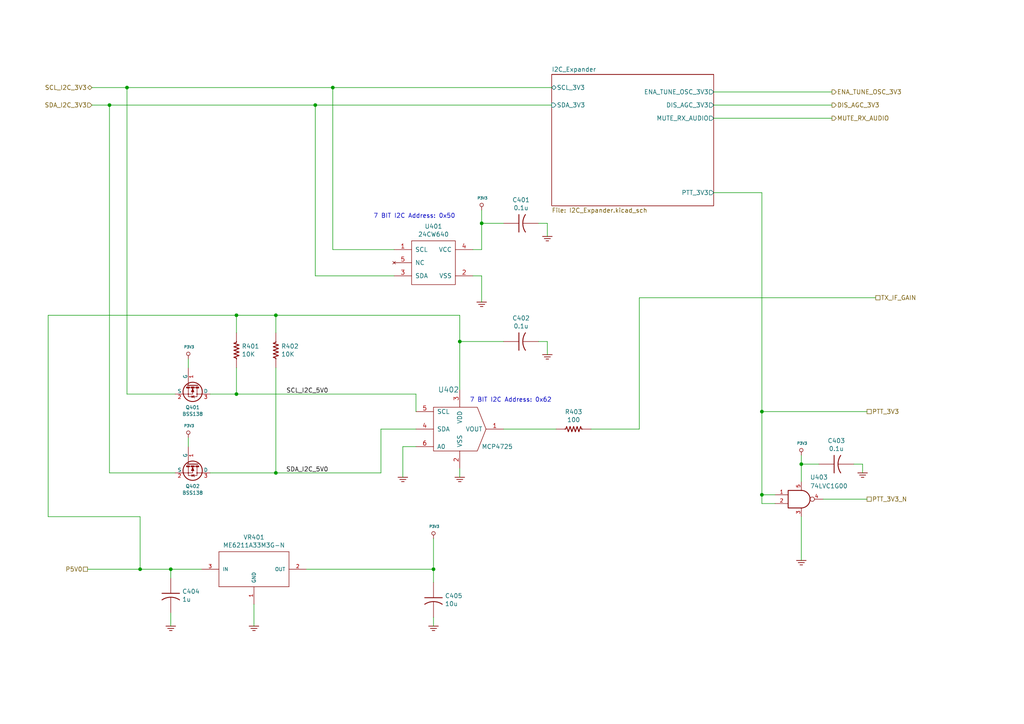
<source format=kicad_sch>
(kicad_sch (version 20211123) (generator eeschema)
  (paper "A4")
  (title_block (rev "X1") (company "WA6ZFT"))
  (lib_symbols
    (symbol "custom:24CW640" (pin_names (offset 1.016))
      (property "Reference" "U" (at 0 7.62 0))
      (property "Value" "24CW640" (at 0 -7.62 0))
      (symbol "24CW640_0_1"
        (rectangle (start -6.35 6.35) (end 6.35 -6.35))
      )
      (symbol "24CW640_1_1"
        (pin input line (at -11.43 3.81 0) (length 5.08) (name "SCL") (number "1"))
        (pin power_in line (at 11.43 -3.81 180) (length 5.08) (name "VSS") (number "2"))
        (pin bidirectional line (at -11.43 -3.81 0) (length 5.08) (name "SDA") (number "3"))
        (pin power_in line (at 11.43 3.81 180) (length 5.08) (name "VCC") (number "4"))
        (pin no_connect line (at -11.43 0 0) (length 5.08) (name "NC") (number "5"))
      )
    )
    (symbol "custom:74LVC1G00" (pin_names (offset 1.016))
      (property "Reference" "U" (at -2.54 3.81 0))
      (property "Value" "74LVC1G00" (at 6.35 3.81 0))
      (symbol "74LVC1G00_0_1"
        (arc (start 0 -2.54) (mid 2.54 0) (end 0 2.54) (stroke (width 0.254)))
        (polyline (pts (xy 0 -2.54) (xy -3.81 -2.54) (xy -3.81 2.54) (xy 0 2.54)) (stroke (width 0.254)))
      )
      (symbol "74LVC1G00_1_1"
        (pin input line (at -7.62 1.27 0) (length 3.81) (name "~") (number "1"))
        (pin input line (at -7.62 -1.27 0) (length 3.81) (name "~") (number "2"))
        (pin power_in line (at 0 -5.08 90) (length 2.54) (name "~") (number "3"))
        (pin output inverted (at 6.35 0 180) (length 3.81) (name "~") (number "4"))
        (pin power_in line (at 0 5.08 270) (length 2.54) (name "~") (number "5"))
      )
    )
    (symbol "custom:BSS138" (pin_names (offset 0))
      (property "Reference" "Q" (at 0 -3.7846 0))
      (property "Value" "BSS138" (at 0 3.81 0))
      (symbol "BSS138_0_1"
        (polyline (pts (xy 0.635 -1.016) (xy 0.635 -1.651)) (stroke (width 0.508)))
        (polyline (pts (xy 0.635 0.381) (xy 0.635 -0.381)) (stroke (width 0.508)))
        (polyline (pts (xy 0.635 1.651) (xy 0.635 1.016)) (stroke (width 0.508)))
        (polyline (pts (xy 3.048 0.381) (xy 2.921 0.254)))
        (polyline (pts (xy 3.048 0.381) (xy 3.556 0.381)))
        (polyline (pts (xy 3.556 0.381) (xy 3.683 0.508)))
        (polyline (pts (xy 0 1.524) (xy 0 -1.524) (xy 0 -1.524)) (stroke (width 0.254)))
        (polyline (pts (xy 0.762 -1.27) (xy 2.54 -1.27) (xy 2.54 -2.54) (xy 2.54 -2.54)))
        (polyline (pts (xy 0.762 1.27) (xy 2.54 1.27) (xy 2.54 2.54) (xy 2.54 2.54)))
        (polyline (pts (xy 2.54 1.27) (xy 3.302 1.27) (xy 3.302 -1.27) (xy 2.54 -1.27)))
        (polyline (pts (xy 3.302 0.381) (xy 3.048 -0.254) (xy 3.556 -0.254) (xy 3.302 0.381)) (fill (type outline)))
        (polyline (pts (xy 0.762 0) (xy 1.27 0) (xy 2.54 0) (xy 2.54 -1.27) (xy 2.54 -1.27)))
        (polyline (pts (xy 0.889 0) (xy 1.905 0.381) (xy 1.905 -0.381) (xy 0.889 0) (xy 1.016 0) (xy 1.016 0)) (fill (type outline)))
        (circle (center 1.905 0) (radius 2.794) (stroke (width 0.254)))
        (circle (center 2.54 -1.27) (radius 0.127))
        (circle (center 2.54 1.27) (radius 0.127))
      )
      (symbol "BSS138_1_1"
        (pin passive line (at -5.08 -1.27 0) (length 5.08) (name "G") (number "1"))
        (pin passive line (at 2.54 -5.08 90) (length 2.54) (name "S") (number "2"))
        (pin passive line (at 2.54 5.08 270) (length 2.54) (name "D") (number "3"))
      )
    )
    (symbol "custom:C_US" (pin_numbers hide) (pin_names (offset 0.254) hide)
      (property "Reference" "C" (at 1.27 2.54 0))
      (property "Value" "C_US" (at 1.27 -2.54 0))
      (symbol "C_US_0_1"
        (polyline (pts (xy -2.54 0.635) (xy 2.54 0.635) (xy 2.54 0.635)) (stroke (width 0.254)))
        (arc (start 2.54 -1.27) (mid 0 -0.5009) (end -2.54 -1.27) (stroke (width 0.254)))
      )
      (symbol "C_US_1_1"
        (pin passive line (at 0 5.08 270) (length 4.445) (name "~") (number "1"))
        (pin passive line (at 0 -5.08 90) (length 4.445) (name "~") (number "2"))
      )
    )
    (symbol "custom:C_US_0805_0.1UF_X7R_10%_50V_HS" (pin_numbers hide) (pin_names (offset 0.254) hide)
      (property "Reference" "C" (at 1.27 2.54 0))
      (property "Value" "C_US_0805_0.1UF_X7R_10%_50V_HS" (at 1.27 -2.54 0))
      (symbol "C_US_0805_0.1UF_X7R_10%_50V_HS_0_1"
        (polyline (pts (xy -2.54 0.635) (xy 2.54 0.635) (xy 2.54 0.635)) (stroke (width 0.254)))
        (arc (start 2.54 -1.27) (mid 0 -0.5009) (end -2.54 -1.27) (stroke (width 0.254)))
      )
      (symbol "C_US_0805_0.1UF_X7R_10%_50V_HS_1_1"
        (pin passive line (at 0 5.08 270) (length 4.445) (name "~") (number "1"))
        (pin passive line (at 0 -5.08 90) (length 4.445) (name "~") (number "2"))
      )
    )
    (symbol "custom:GND_US" (power) (pin_names (offset 0))
      (symbol "GND_US_0_1"
        (polyline (pts (xy -1.397 0) (xy 1.397 0)) (stroke (width 0.2032)))
        (polyline (pts (xy -0.889 -0.635) (xy 0.889 -0.635)) (stroke (width 0.2032)))
        (polyline (pts (xy -0.381 -1.27) (xy 0.381 -1.27)) (stroke (width 0.2032)))
      )
      (symbol "GND_US_1_1"
        (pin power_in line (at 0 0 90) (length 0) hide (name "GND") (number "1"))
      )
    )
    (symbol "custom:MCP4725" (pin_names (offset 1.016))
      (property "Reference" "U" (at -6.35 8.89 0))
      (property "Value" "MCP4725" (at -7.62 -8.89 0))
      (symbol "MCP4725_0_1"
        (polyline (pts (xy -7.62 6.35) (xy 5.08 6.35) (xy 7.62 0) (xy 5.08 -6.35) (xy -7.62 -6.35) (xy -7.62 6.35)))
      )
      (symbol "MCP4725_1_1"
        (pin passive line (at 12.7 0 180) (length 5.08) (name "VOUT") (number "1"))
        (pin power_in line (at 0 -11.43 90) (length 5.08) (name "VSS") (number "2"))
        (pin power_in line (at 0 11.43 270) (length 5.08) (name "VDD") (number "3"))
        (pin bidirectional line (at -12.7 0 0) (length 5.08) (name "SDA") (number "4"))
        (pin bidirectional line (at -12.7 5.08 0) (length 5.08) (name "SCL") (number "5"))
        (pin input line (at -12.7 -5.08 0) (length 5.08) (name "A0") (number "6"))
      )
    )
    (symbol "custom:ME6211A33M3G-N" (pin_names (offset 1.016))
      (property "Reference" "U" (at -5.08 10.16 0))
      (property "Value" "ME6211A33M3G-N" (at -9.144 5.588 0))
      (symbol "ME6211A33M3G-N_1_0"
        (polyline (pts (xy -10.16 -5.08) (xy 10.16 -5.08)))
        (polyline (pts (xy -10.16 5.08) (xy -10.16 -5.08)))
        (polyline (pts (xy 10.16 -5.08) (xy 10.16 5.08)))
        (polyline (pts (xy 10.16 5.08) (xy -10.16 5.08)))
      )
      (symbol "ME6211A33M3G-N_1_1"
        (pin power_in line (at 0 -10.16 90) (length 5.08) (name "GND") (number "1"))
        (pin power_out line (at 15.24 0 180) (length 5.08) (name "OUT") (number "2"))
        (pin power_in line (at -15.24 0 0) (length 5.08) (name "IN") (number "3"))
      )
    )
    (symbol "custom:P3V3" (power) (pin_names (offset 0))
      (property "Value" "P3V3" (at 0 2.794 0))
      (symbol "P3V3_0_0"
        (pin power_in line (at 0 0 90) (length 0) hide (name "P3V3") (number "1"))
      )
      (symbol "P3V3_0_1"
        (polyline (pts (xy 0 0) (xy 0 1.016) (xy 0 1.016)))
        (circle (center 0 1.524) (radius 0.508))
      )
    )
    (symbol "custom:R_US_0805_1%_HS" (pin_numbers hide) (pin_names (offset 1.016) hide)
      (property "Reference" "R" (at 2.032 0 90))
      (property "Value" "R_US_0805_1%_HS" (at -2.032 0 90))
      (symbol "R_US_0805_1%_HS_0_0"
        (polyline (pts (xy 0 -2.54) (xy 0 -2.54) (xy 0 -2.286) (xy -0.762 -2.032) (xy 0.762 -1.524) (xy -0.762 -1.016) (xy 0.762 -0.508) (xy -0.762 0) (xy 0.762 0.508) (xy -0.762 1.016) (xy 0.762 1.524) (xy -0.762 2.032) (xy 0 2.286) (xy 0 2.54) (xy 0 2.54)) (stroke (width 0.254)))
      )
      (symbol "R_US_0805_1%_HS_1_1"
        (pin passive line (at 0 5.08 270) (length 2.54) (name "~") (number "1"))
        (pin passive line (at 0 -5.08 90) (length 2.54) (name "~") (number "2"))
      )
    )
  )
  (junction (at 139.7 64.77))
  (junction (at 125.73 165.1))
  (junction (at 68.58 91.44))
  (junction (at 80.01 137.16))
  (junction (at 40.64 165.1))
  (junction (at 91.44 30.48))
  (junction (at 133.35 99.06))
  (junction (at 68.58 114.3))
  (junction (at 232.41 134.62))
  (junction (at 80.01 91.44))
  (junction (at 49.53 165.1))
  (junction (at 220.98 119.38))
  (junction (at 220.98 143.51))
  (junction (at 36.83 25.4))
  (junction (at 31.75 30.48))
  (junction (at 96.52 25.4))
  (wire (pts (xy 68.58 91.44) (xy 80.01 91.44)))
  (wire (pts (xy 139.7 72.39) (xy 139.7 64.77)))
  (wire (pts (xy 171.45 124.46) (xy 185.42 124.46)))
  (wire (pts (xy 96.52 25.4) (xy 36.83 25.4)))
  (wire (pts (xy 160.02 30.48) (xy 91.44 30.48)))
  (wire (pts (xy 232.41 134.62) (xy 232.41 132.08)))
  (wire (pts (xy 110.49 124.46) (xy 110.49 137.16)))
  (wire (pts (xy 114.3 72.39) (xy 96.52 72.39)))
  (wire (pts (xy 137.16 72.39) (xy 139.7 72.39)))
  (wire (pts (xy 232.41 149.86) (xy 232.41 162.56)))
  (wire (pts (xy 80.01 91.44) (xy 133.35 91.44)))
  (wire (pts (xy 13.97 91.44) (xy 68.58 91.44)))
  (wire (pts (xy 80.01 91.44) (xy 80.01 96.52)))
  (wire (pts (xy 114.3 80.01) (xy 91.44 80.01)))
  (wire (pts (xy 60.96 114.3) (xy 68.58 114.3)))
  (wire (pts (xy 161.29 124.46) (xy 146.05 124.46)))
  (wire (pts (xy 160.02 25.4) (xy 96.52 25.4)))
  (wire (pts (xy 220.98 55.88) (xy 220.98 119.38)))
  (wire (pts (xy 68.58 114.3) (xy 68.58 106.68)))
  (wire (pts (xy 220.98 143.51) (xy 224.79 143.51)))
  (wire (pts (xy 96.52 72.39) (xy 96.52 25.4)))
  (wire (pts (xy 133.35 138.43) (xy 133.35 135.89)))
  (wire (pts (xy 31.75 30.48) (xy 26.67 30.48)))
  (wire (pts (xy 49.53 165.1) (xy 49.53 167.64)))
  (wire (pts (xy 68.58 96.52) (xy 68.58 91.44)))
  (wire (pts (xy 50.8 137.16) (xy 31.75 137.16)))
  (wire (pts (xy 207.01 55.88) (xy 220.98 55.88)))
  (wire (pts (xy 251.46 119.38) (xy 220.98 119.38)))
  (wire (pts (xy 40.64 149.86) (xy 13.97 149.86)))
  (wire (pts (xy 207.01 26.67) (xy 241.3 26.67)))
  (wire (pts (xy 120.65 124.46) (xy 110.49 124.46)))
  (wire (pts (xy 146.05 99.06) (xy 133.35 99.06)))
  (wire (pts (xy 156.21 64.77) (xy 158.75 64.77)))
  (wire (pts (xy 36.83 25.4) (xy 26.67 25.4)))
  (wire (pts (xy 133.35 91.44) (xy 133.35 99.06)))
  (wire (pts (xy 40.64 165.1) (xy 49.53 165.1)))
  (wire (pts (xy 31.75 137.16) (xy 31.75 30.48)))
  (wire (pts (xy 73.66 175.26) (xy 73.66 181.61)))
  (wire (pts (xy 49.53 165.1) (xy 58.42 165.1)))
  (wire (pts (xy 137.16 80.01) (xy 139.7 80.01)))
  (wire (pts (xy 158.75 99.06) (xy 156.21 99.06)))
  (wire (pts (xy 13.97 149.86) (xy 13.97 91.44)))
  (wire (pts (xy 220.98 146.05) (xy 220.98 143.51)))
  (wire (pts (xy 54.61 104.14) (xy 54.61 106.68)))
  (wire (pts (xy 237.49 134.62) (xy 232.41 134.62)))
  (wire (pts (xy 125.73 165.1) (xy 125.73 156.21)))
  (wire (pts (xy 250.19 134.62) (xy 250.19 137.16)))
  (wire (pts (xy 25.4 165.1) (xy 40.64 165.1)))
  (wire (pts (xy 116.84 129.54) (xy 116.84 138.43)))
  (wire (pts (xy 207.01 30.48) (xy 241.3 30.48)))
  (wire (pts (xy 88.9 165.1) (xy 125.73 165.1)))
  (wire (pts (xy 139.7 64.77) (xy 139.7 60.96)))
  (wire (pts (xy 146.05 64.77) (xy 139.7 64.77)))
  (wire (pts (xy 91.44 30.48) (xy 31.75 30.48)))
  (wire (pts (xy 251.46 144.78) (xy 238.76 144.78)))
  (wire (pts (xy 185.42 124.46) (xy 185.42 86.36)))
  (wire (pts (xy 36.83 114.3) (xy 50.8 114.3)))
  (wire (pts (xy 120.65 129.54) (xy 116.84 129.54)))
  (wire (pts (xy 185.42 86.36) (xy 254 86.36)))
  (wire (pts (xy 80.01 137.16) (xy 80.01 106.68)))
  (wire (pts (xy 40.64 165.1) (xy 40.64 149.86)))
  (wire (pts (xy 36.83 25.4) (xy 36.83 114.3)))
  (wire (pts (xy 224.79 146.05) (xy 220.98 146.05)))
  (wire (pts (xy 158.75 64.77) (xy 158.75 68.58)))
  (wire (pts (xy 120.65 119.38) (xy 120.65 114.3)))
  (wire (pts (xy 91.44 80.01) (xy 91.44 30.48)))
  (wire (pts (xy 207.01 34.29) (xy 241.3 34.29)))
  (wire (pts (xy 68.58 114.3) (xy 120.65 114.3)))
  (wire (pts (xy 80.01 137.16) (xy 110.49 137.16)))
  (wire (pts (xy 133.35 99.06) (xy 133.35 113.03)))
  (wire (pts (xy 247.65 134.62) (xy 250.19 134.62)))
  (wire (pts (xy 125.73 168.91) (xy 125.73 165.1)))
  (wire (pts (xy 60.96 137.16) (xy 80.01 137.16)))
  (wire (pts (xy 220.98 119.38) (xy 220.98 143.51)))
  (wire (pts (xy 139.7 80.01) (xy 139.7 87.63)))
  (wire (pts (xy 54.61 127) (xy 54.61 129.54)))
  (wire (pts (xy 125.73 179.07) (xy 125.73 181.61)))
  (wire (pts (xy 232.41 139.7) (xy 232.41 134.62)))
  (wire (pts (xy 49.53 177.8) (xy 49.53 181.61)))
  (wire (pts (xy 158.75 102.87) (xy 158.75 99.06)))
  (text "7 BIT I2C Address: 0x50" (at 132.08 63.5 180) (effects (font (size 1.27 1.27)) (justify right bottom)))
  (text "7 BIT I2C Address: 0x62" (at 160.02 116.84 180) (effects (font (size 1.27 1.27)) (justify right bottom)))
  (label "SCL_I2C_5V0" (at 95.25 114.3 180))
  (label "SDA_I2C_5V0" (at 95.25 137.16 180))
  (hierarchical_label "DIS_AGC_3V3" (shape output) (at 241.3 30.48 0))
  (hierarchical_label "ENA_TUNE_OSC_3V3" (shape output) (at 241.3 26.67 0))
  (hierarchical_label "PTT_3V3_N" (shape passive) (at 251.46 144.78 0))
  (hierarchical_label "PTT_3V3" (shape passive) (at 251.46 119.38 0))
  (hierarchical_label "P5V0" (shape passive) (at 25.4 165.1 180))
  (hierarchical_label "SDA_I2C_3V3" (shape input) (at 26.67 30.48 180))
  (hierarchical_label "TX_IF_GAIN" (shape passive) (at 254 86.36 0))
  (hierarchical_label "SCL_I2C_3V3" (shape bidirectional) (at 26.67 25.4 180))
  (hierarchical_label "MUTE_RX_AUDIO" (shape output) (at 241.3 34.29 0))
  (symbol (lib_id "custom:74LVC1G00") (at 232.41 144.78 0) (unit 1)
    (property "Reference" "U403" (at 234.95 138.43 0) (effects (justify left)))
    (property "Value" "74LVC1G00" (at 234.95 140.97 0) (effects (justify left)))
    (property "Footprint" "mods:SOT23-5-SAR" (effects hide))
    (property "Datasheet" "http://www.ti.com/lit/sg/scyt129e/scyt129e.pdf" (effects hide))
    (property "PartNumber" "800278-102" (effects hide))
  )
  (symbol (lib_id "custom:GND_US") (at 232.41 162.56 0) (unit 1)
    (property "Reference" "#PWR0412" (effects hide))
    (property "Value" "GND_US" (effects hide))
  )
  (symbol (lib_id "custom:P3V3") (at 232.41 132.08 0) (unit 1)
    (property "Reference" "#PWR0407" (effects hide))
    (property "Value" "P3V3" (at 232.6386 128.5748 0) (effects (font (size 0.762 0.762))))
  )
  (symbol (lib_id "custom:C_US_0805_0.1UF_X7R_10%_50V_HS") (at 242.57 134.62 90) (unit 1)
    (property "Reference" "C403" (at 242.57 127.8382 90))
    (property "Value" "0.1u" (at 242.57 130.1496 90))
    (property "Footprint" "Capacitor_SMD:C_0805_2012Metric_Pad1.15x1.40mm_HandSolder" (effects hide))
    (property "PartNumber" "800238-104" (effects hide))
  )
  (symbol (lib_id "custom:GND_US") (at 250.19 137.16 0) (unit 1)
    (property "Reference" "#PWR0408" (effects hide))
    (property "Value" "GND_US" (effects hide))
  )
  (symbol (lib_id "custom:GND_US") (at 73.66 181.61 0) (unit 1)
    (property "Reference" "#PWR0414" (effects hide))
    (property "Value" "GND_US" (effects hide))
  )
  (symbol (lib_id "custom:P3V3") (at 125.73 156.21 0) (unit 1)
    (property "Reference" "#PWR0411" (effects hide))
    (property "Value" "P3V3" (at 125.9586 152.7048 0) (effects (font (size 0.762 0.762))))
  )
  (symbol (lib_id "custom:C_US") (at 125.73 173.99 0) (unit 1)
    (property "Reference" "C405" (at 129.032 172.8216 0) (effects (justify left)))
    (property "Value" "10u" (at 129.032 175.133 0) (effects (justify left)))
    (property "Footprint" "Capacitor_SMD:C_0805_2012Metric_Pad1.15x1.40mm_HandSolder" (effects hide))
    (property "PartNumber" "800063-XXX" (effects hide))
  )
  (symbol (lib_id "custom:GND_US") (at 125.73 181.61 0) (unit 1)
    (property "Reference" "#PWR0415" (effects hide))
    (property "Value" "GND_US" (effects hide))
  )
  (symbol (lib_id "custom:C_US_0805_0.1UF_X7R_10%_50V_HS") (at 49.53 172.72 0) (unit 1)
    (property "Reference" "C404" (at 52.832 171.5516 0) (effects (justify left)))
    (property "Value" "1u" (at 52.832 173.863 0) (effects (justify left)))
    (property "Footprint" "Capacitor_SMD:C_0805_2012Metric_Pad1.15x1.40mm_HandSolder" (effects hide))
    (property "PartNumber" "800238-104" (effects hide))
  )
  (symbol (lib_id "custom:GND_US") (at 49.53 181.61 0) (unit 1)
    (property "Reference" "#PWR0413" (effects hide))
    (property "Value" "GND_US" (effects hide))
  )
  (symbol (lib_id "custom:ME6211A33M3G-N") (at 73.66 165.1 0) (unit 1)
    (property "Reference" "VR401" (at 73.66 155.829 0))
    (property "Value" "ME6211A33M3G-N" (at 73.66 158.1404 0))
    (property "Footprint" "mods:SOT23-3-SAR" (effects hide))
    (property "PartNumber" "800187-101" (effects hide))
  )
  (symbol (lib_id "custom:24CW640") (at 125.73 76.2 0) (unit 1)
    (property "Reference" "U401" (at 125.73 65.659 0))
    (property "Value" "24CW640" (at 125.73 67.9704 0))
    (property "Footprint" "mods:SOT23-5-SAR" (effects hide))
    (property "PartNumber" "800284-101" (effects hide))
  )
  (symbol (lib_id "custom:C_US_0805_0.1UF_X7R_10%_50V_HS") (at 151.13 64.77 90) (unit 1)
    (property "Reference" "C401" (at 151.13 57.9882 90))
    (property "Value" "0.1u" (at 151.13 60.2996 90))
    (property "Footprint" "Capacitor_SMD:C_0805_2012Metric_Pad1.15x1.40mm_HandSolder" (effects hide))
    (property "PartNumber" "800238-104" (effects hide))
  )
  (symbol (lib_id "custom:GND_US") (at 139.7 87.63 0) (unit 1)
    (property "Reference" "#PWR0403" (effects hide))
    (property "Value" "GND_US" (effects hide))
  )
  (symbol (lib_id "custom:P3V3") (at 139.7 60.96 0) (unit 1)
    (property "Reference" "#PWR0401" (effects hide))
    (property "Value" "P3V3" (at 139.9286 57.4548 0) (effects (font (size 0.762 0.762))))
  )
  (symbol (lib_id "custom:GND_US") (at 158.75 68.58 0) (unit 1)
    (property "Reference" "#PWR0402" (effects hide))
    (property "Value" "GND_US" (effects hide))
  )
  (symbol (lib_id "custom:BSS138") (at 55.88 111.76 270) (unit 1)
    (property "Reference" "Q401" (at 55.88 118.1608 90) (effects (font (size 1.016 1.016))))
    (property "Value" "BSS138" (at 55.88 120.0912 90) (effects (font (size 1.016 1.016))))
    (property "Footprint" "mods:SOT23-3-SAR" (effects hide))
    (property "PartNumber" "800236-101" (effects hide))
  )
  (symbol (lib_id "custom:BSS138") (at 55.88 134.62 270) (unit 1)
    (property "Reference" "Q402" (at 55.88 141.0208 90) (effects (font (size 1.016 1.016))))
    (property "Value" "BSS138" (at 55.88 142.9512 90) (effects (font (size 1.016 1.016))))
    (property "Footprint" "mods:SOT23-3-SAR" (effects hide))
    (property "PartNumber" "800236-101" (effects hide))
  )
  (symbol (lib_id "custom:P3V3") (at 54.61 104.14 0) (unit 1)
    (property "Reference" "#PWR0405" (effects hide))
    (property "Value" "P3V3" (at 54.8386 100.6348 0) (effects (font (size 0.762 0.762))))
  )
  (symbol (lib_id "custom:P3V3") (at 54.61 127 0) (unit 1)
    (property "Reference" "#PWR0406" (effects hide))
    (property "Value" "P3V3" (at 54.8386 123.4948 0) (effects (font (size 0.762 0.762))))
  )
  (symbol (lib_id "custom:R_US_0805_1%_HS") (at 68.58 101.6 0) (unit 1)
    (property "Reference" "R401" (at 70.104 100.4316 0) (effects (justify left)))
    (property "Value" "10K" (at 70.104 102.743 0) (effects (justify left)))
    (property "Footprint" "Resistor_SMD:R_0805_2012Metric_Pad1.15x1.40mm_HandSolder" (effects hide))
    (property "PartNumber" "800235-XXX" (effects hide))
  )
  (symbol (lib_id "custom:R_US_0805_1%_HS") (at 80.01 101.6 0) (unit 1)
    (property "Reference" "R402" (at 81.534 100.4316 0) (effects (justify left)))
    (property "Value" "10K" (at 81.534 102.743 0) (effects (justify left)))
    (property "Footprint" "Resistor_SMD:R_0805_2012Metric_Pad1.15x1.40mm_HandSolder" (effects hide))
    (property "PartNumber" "800235-XXX" (effects hide))
  )
  (symbol (lib_id "custom:MCP4725") (at 133.35 124.46 0) (unit 1)
    (property "Reference" "U402" (at 127 113.03 0) (effects (font (size 1.524 1.524)) (justify left)))
    (property "Value" "MCP4725" (at 139.7 129.54 0) (effects (justify left)))
    (property "Footprint" "mods:SOT23-6-SAR" (effects hide))
    (property "PartNumber" "800285-101" (effects hide))
  )
  (symbol (lib_id "custom:C_US_0805_0.1UF_X7R_10%_50V_HS") (at 151.13 99.06 90) (unit 1)
    (property "Reference" "C402" (at 151.13 92.2782 90))
    (property "Value" "0.1u" (at 151.13 94.5896 90))
    (property "Footprint" "Capacitor_SMD:C_0805_2012Metric_Pad1.15x1.40mm_HandSolder" (effects hide))
    (property "PartNumber" "800238-104" (effects hide))
  )
  (symbol (lib_id "custom:GND_US") (at 158.75 102.87 0) (unit 1)
    (property "Reference" "#PWR0404" (effects hide))
    (property "Value" "GND_US" (effects hide))
  )
  (symbol (lib_id "custom:GND_US") (at 133.35 138.43 0) (unit 1)
    (property "Reference" "#PWR0410" (effects hide))
    (property "Value" "GND_US" (effects hide))
  )
  (symbol (lib_id "custom:GND_US") (at 116.84 138.43 0) (unit 1)
    (property "Reference" "#PWR0409" (effects hide))
    (property "Value" "GND_US" (effects hide))
  )
  (symbol (lib_id "custom:R_US_0805_1%_HS") (at 166.37 124.46 270) (unit 1)
    (property "Reference" "R403" (at 166.37 119.4562 90))
    (property "Value" "100" (at 166.37 121.7676 90))
    (property "Footprint" "Resistor_SMD:R_0805_2012Metric_Pad1.15x1.40mm_HandSolder" (effects hide))
    (property "PartNumber" "800235-XXX" (effects hide))
  )
  (sheet (at 160.02 21.59) (size 46.99 38.1)
    (property "Sheet name" "I2C_Expander" (at 160.02 20.8784 0) (effects (justify left bottom)))
    (property "Sheet file" "I2C_Expander.kicad_sch" (at 160.02 60.2746 0) (effects (justify left top)))
    (pin "ENA_TUNE_OSC_3V3" output (at 207.01 26.67 0))
    (pin "DIS_AGC_3V3" output (at 207.01 30.48 0))
    (pin "MUTE_RX_AUDIO" output (at 207.01 34.29 0))
    (pin "PTT_3V3" output (at 207.01 55.88 0))
    (pin "SDA_3V3" input (at 160.02 30.48 180))
    (pin "SCL_3V3" bidirectional (at 160.02 25.4 180))
  )
)
</source>
